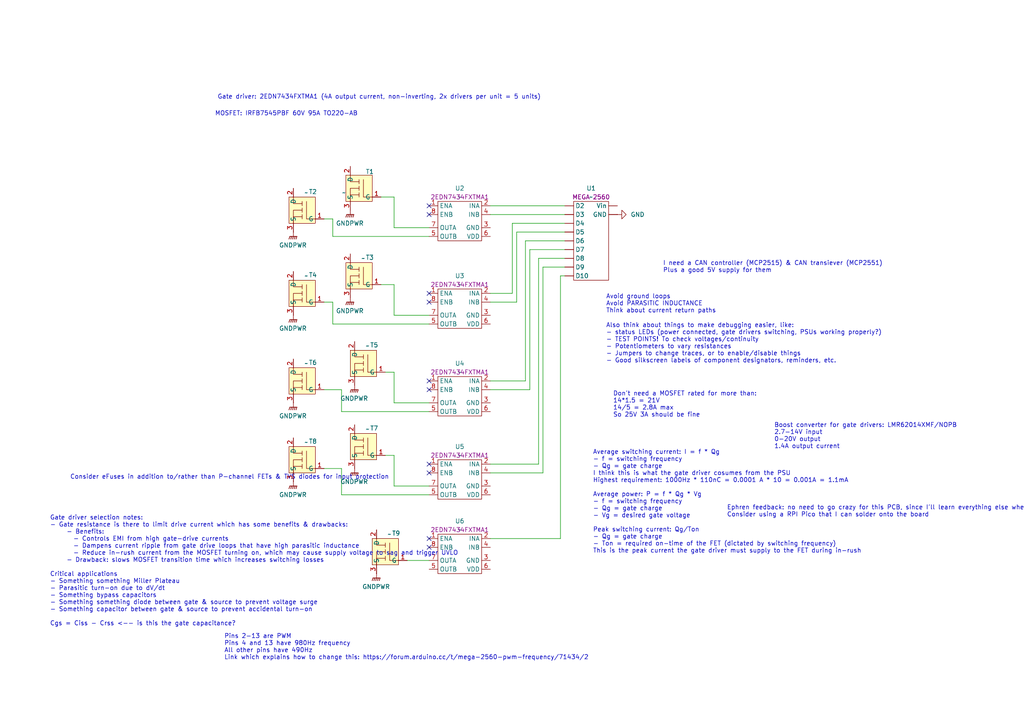
<source format=kicad_sch>
(kicad_sch (version 20231120) (generator "eeschema") (generator_version "8.0")
  (paper "A4")
  (lib_symbols
    (symbol "8hp-tcu-library:2EDN7434FXTMA1"
      (property "Reference" "U" (at -5.842 0 0))
      (symbol "2EDN7434FXTMA1_0_1"
        (rectangle (start -6.35 -1.27) (end 6.35 -12.7))
      )
      (symbol "2EDN7434FXTMA1_1_1"
        (pin input line (at -8.89 -2.54 0) (length 2.54) (name "ENA") (number "1"))
        (pin input line (at 8.89 -2.54 180) (length 2.54) (name "INA") (number "2"))
        (pin power_in line (at 8.89 -8.89 180) (length 2.54) (name "GND") (number "3"))
        (pin input line (at 8.89 -5.08 180) (length 2.54) (name "INB") (number "4"))
        (pin output line (at -8.89 -11.43 0) (length 2.54) (name "OUTB") (number "5"))
        (pin power_in line (at 8.89 -11.43 180) (length 2.54) (name "VDD") (number "6"))
        (pin output line (at -8.89 -8.89 0) (length 2.54) (name "OUTA") (number "7"))
        (pin input line (at -8.89 -5.08 0) (length 2.54) (name "ENB") (number "8"))
      )
    )
    (symbol "8hp-tcu-library:IRFB7545PBF"
      (property "Reference" "T" (at -2.54 0 0))
      (symbol "IRFB7545PBF_0_1"
        (rectangle (start -2.54 -1.27) (end 5.08 -8.89) (fill (type background)))
        (polyline (pts (xy 1.27 -6.35) (xy 1.27 -7.62)))
        (polyline (pts (xy 1.27 -4.445) (xy 1.27 -5.715)))
        (polyline (pts (xy 1.27 -2.54) (xy 1.27 -3.81)))
        (polyline (pts (xy 1.27 -2.54) (xy 1.27 -2.54)))
        (polyline (pts (xy 0 -2.54) (xy 0 -7.62) (xy -2.54 -7.62)))
        (polyline (pts (xy 1.27 -6.985) (xy 3.81 -6.985) (xy 3.81 -8.89)))
        (polyline (pts (xy 1.27 -3.175) (xy 3.81 -3.175) (xy 3.81 -1.27)))
        (polyline (pts (xy 3.81 -8.89) (xy 3.81 -5.08) (xy 1.27 -5.08)))
      )
      (symbol "IRFB7545PBF_1_1"
        (pin input line (at -5.08 -7.62 0) (length 2.54) (name "G") (number "1"))
        (pin input line (at 3.81 1.27 270) (length 2.54) (name "D") (number "2"))
        (pin input line (at 3.81 -11.43 90) (length 2.54) (name "S") (number "3"))
      )
    )
    (symbol "8hp-tcu-library:mega-2560"
      (property "Reference" "U" (at -4.572 21.844 0))
      (symbol "mega-2560_0_1"
        (rectangle (start -5.08 20.32) (end 5.08 -2.54))
      )
      (symbol "mega-2560_1_1"
        (pin output line (at -7.62 -1.27 0) (length 2.54) (name "D10") (number ""))
        (pin output line (at -7.62 19.05 0) (length 2.54) (name "D2") (number ""))
        (pin output line (at -7.62 16.51 0) (length 2.54) (name "D3") (number ""))
        (pin output line (at -7.62 13.97 0) (length 2.54) (name "D4") (number ""))
        (pin output line (at -7.62 11.43 0) (length 2.54) (name "D5") (number ""))
        (pin output line (at -7.62 8.89 0) (length 2.54) (name "D6") (number ""))
        (pin output line (at -7.62 6.35 0) (length 2.54) (name "D7") (number ""))
        (pin output line (at -7.62 3.81 0) (length 2.54) (name "D8") (number ""))
        (pin output line (at -7.62 1.27 0) (length 2.54) (name "D9") (number ""))
        (pin power_in line (at 7.62 16.51 180) (length 2.54) (name "GND") (number ""))
        (pin power_in line (at 7.62 19.05 180) (length 2.54) (name "Vin") (number ""))
      )
    )
    (symbol "power:GND" (power) (pin_numbers hide) (pin_names (offset 0) hide)
      (property "Value" "GND" (at 0 -3.81 0))
      (symbol "GND_0_1"
        (polyline (pts (xy 0 0) (xy 0 -1.27) (xy 1.27 -1.27) (xy 0 -2.54) (xy -1.27 -1.27) (xy 0 -1.27)))
      )
      (symbol "GND_1_1"
        (pin power_in line (at 0 0 270) (length 0) (name "~") (number "1"))
      )
    )
    (symbol "power:GNDPWR" (power) (pin_numbers hide) (pin_names (offset 0) hide)
      (property "Value" "GNDPWR" (at 0 -3.302 0))
      (symbol "GNDPWR_0_1"
        (polyline (pts (xy 0 -1.27) (xy 0 0)))
        (polyline (pts (xy -1.016 -1.27) (xy -1.27 -2.032) (xy -1.27 -2.032)) (stroke (width 0.2032)))
        (polyline (pts (xy -0.508 -1.27) (xy -0.762 -2.032) (xy -0.762 -2.032)) (stroke (width 0.2032)))
        (polyline (pts (xy 0 -1.27) (xy -0.254 -2.032) (xy -0.254 -2.032)) (stroke (width 0.2032)))
        (polyline (pts (xy 0.508 -1.27) (xy 0.254 -2.032) (xy 0.254 -2.032)) (stroke (width 0.2032)))
        (polyline (pts (xy 1.016 -1.27) (xy -1.016 -1.27) (xy -1.016 -1.27)) (stroke (width 0.2032)))
        (polyline (pts (xy 1.016 -1.27) (xy 0.762 -2.032) (xy 0.762 -2.032) (xy 0.762 -2.032)) (stroke (width 0.2032)))
      )
      (symbol "GNDPWR_1_1"
        (pin power_in line (at 0 0 270) (length 0) (name "~") (number "1"))
      )
    )
  )
  (no_connect (at 124.46 110.49))
  (no_connect (at 124.46 134.62))
  (no_connect (at 124.46 156.21))
  (no_connect (at 124.46 158.75))
  (no_connect (at 124.46 137.16))
  (no_connect (at 124.46 59.69))
  (no_connect (at 124.46 87.63))
  (no_connect (at 124.46 113.03))
  (no_connect (at 124.46 85.09))
  (no_connect (at 124.46 62.23))
  (wire (pts (xy 162.56 156.21) (xy 142.24 156.21)))
  (wire (pts (xy 124.46 91.44) (xy 114.3 91.44)))
  (wire (pts (xy 124.46 119.38) (xy 99.06 119.38)))
  (wire (pts (xy 163.83 74.93) (xy 156.21 74.93)))
  (wire (pts (xy 162.56 80.01) (xy 163.83 80.01)))
  (wire (pts (xy 99.06 119.38) (xy 99.06 113.03)))
  (wire (pts (xy 153.67 113.03) (xy 142.24 113.03)))
  (wire (pts (xy 157.48 137.16) (xy 142.24 137.16)))
  (wire (pts (xy 163.83 67.31) (xy 149.86 67.31)))
  (wire (pts (xy 114.3 66.04) (xy 114.3 57.15)))
  (wire (pts (xy 148.59 64.77) (xy 148.59 85.09)))
  (wire (pts (xy 156.21 134.62) (xy 142.24 134.62)))
  (wire (pts (xy 114.3 82.55) (xy 110.49 82.55)))
  (wire (pts (xy 124.46 140.97) (xy 114.3 140.97)))
  (wire (pts (xy 142.24 62.23) (xy 163.83 62.23)))
  (wire (pts (xy 157.48 77.47) (xy 157.48 137.16)))
  (wire (pts (xy 114.3 132.08) (xy 111.76 132.08)))
  (wire (pts (xy 96.52 68.58) (xy 124.46 68.58)))
  (wire (pts (xy 99.06 113.03) (xy 93.98 113.03)))
  (wire (pts (xy 96.52 63.5) (xy 93.98 63.5)))
  (wire (pts (xy 162.56 80.01) (xy 162.56 156.21)))
  (wire (pts (xy 152.4 110.49) (xy 142.24 110.49)))
  (wire (pts (xy 96.52 68.58) (xy 96.52 63.5)))
  (wire (pts (xy 163.83 77.47) (xy 157.48 77.47)))
  (wire (pts (xy 114.3 116.84) (xy 114.3 107.95)))
  (wire (pts (xy 124.46 66.04) (xy 114.3 66.04)))
  (wire (pts (xy 96.52 93.98) (xy 124.46 93.98)))
  (wire (pts (xy 114.3 140.97) (xy 114.3 132.08)))
  (wire (pts (xy 114.3 91.44) (xy 114.3 82.55)))
  (wire (pts (xy 149.86 67.31) (xy 149.86 87.63)))
  (wire (pts (xy 163.83 72.39) (xy 153.67 72.39)))
  (wire (pts (xy 142.24 59.69) (xy 163.83 59.69)))
  (wire (pts (xy 99.06 143.51) (xy 99.06 135.89)))
  (wire (pts (xy 124.46 116.84) (xy 114.3 116.84)))
  (wire (pts (xy 149.86 87.63) (xy 142.24 87.63)))
  (wire (pts (xy 148.59 85.09) (xy 142.24 85.09)))
  (wire (pts (xy 153.67 72.39) (xy 153.67 113.03)))
  (wire (pts (xy 118.11 162.56) (xy 124.46 162.56)))
  (wire (pts (xy 156.21 74.93) (xy 156.21 134.62)))
  (wire (pts (xy 124.46 143.51) (xy 99.06 143.51)))
  (wire (pts (xy 99.06 135.89) (xy 93.98 135.89)))
  (wire (pts (xy 114.3 57.15) (xy 110.49 57.15)))
  (wire (pts (xy 152.4 69.85) (xy 152.4 110.49)))
  (wire (pts (xy 96.52 87.63) (xy 93.98 87.63)))
  (wire (pts (xy 163.83 64.77) (xy 148.59 64.77)))
  (wire (pts (xy 96.52 93.98) (xy 96.52 87.63)))
  (wire (pts (xy 114.3 107.95) (xy 111.76 107.95)))
  (wire (pts (xy 163.83 69.85) (xy 152.4 69.85)))
  (text "MOSFET: IRFB7545PBF 60V 95A TO220-AB" (at 83.058 33.02 0) (effects (font (size 1.27 1.27))))
  (text "I need a CAN controller (MCP2515) & CAN transiever (MCP2551)\nPlus a good 5V supply for them" (at 192.278 77.47 0) (effects (font (size 1.27 1.27)) (justify left)))
  (text "Pins 2-13 are PWM\nPins 4 and 13 have 980Hz frequency\nAll other pins have 490Hz\nLink which explains how to change this: https://forum.arduino.cc/t/mega-2560-pwm-frequency/71434/2" (at 65.024 187.706 0) (effects (font (size 1.27 1.27)) (justify left)))
  (text "Average switching current: I = f * Qg\n- f = switching frequency\n- Qg = gate charge\nI think this is what the gate driver cosumes from the PSU\nHighest requirement: 1000Hz * 110nC = 0.0001 A * 10 = 0.001A = 1.1mA\n\nAverage power: P = f * Qg * Vg\n- f = switching frequency\n- Qg = gate charge\n- Vg = desired gate voltage\n\nPeak switching current: Qg/Ton\n- Qg = gate charge\n- Ton = required on-time of the FET (dictated by switching frequency)\nThis is the peak current the gate driver must supply to the FET during in-rush" (at 171.958 145.542 0) (effects (font (size 1.27 1.27)) (justify left)))
  (text "Consider eFuses in addition to/rather than P-channel FETs & TVS diodes for input protection" (at 20.32 138.43 0) (effects (font (size 1.27 1.27)) (justify left)))
  (text "Gate driver selection notes:\n- Gate resistance is there to limit drive current which has some benefits & drawbacks:\n	- Benefits:\n	  - Controls EMI from high gate-drive currents\n	  - Dampens current ripple from gate drive loops that have high parasitic inductance\n	  - Reduce in-rush current from the MOSFET turning on, which may cause supply voltage to sag and trigger UVLO\n	- Drawback: slows MOSFET transition time which increases switching losses\n\nCritical applications\n- Something something Miller Plateau\n- Parasitic turn-on due to dV/dt\n- Something bypass capacitors\n- Something something diode between gate & source to prevent voltage surge\n- Something capacitor between gate & source to prevent accidental turn-on\n\nCgs = Ciss - Crss <-- is this the gate capacitance?" (at 14.478 165.608 0) (effects (font (size 1.27 1.27)) (justify left)))
  (text "Boost converter for gate drivers: LMR62014XMF/NOPB\n2.7-14V input\n0-20V output\n1.4A output current\n" (at 224.536 126.492 0) (effects (font (size 1.27 1.27)) (justify left)))
  (text "Avoid ground loops\nAvoid PARASITIC INDUCTANCE\nThink about current return paths" (at 175.768 88.138 0) (effects (font (size 1.27 1.27)) (justify left)))
  (text "Ephren feedback: no need to go crazy for this PCB, since I'll learn everything else when I need to\nConsider using a RPI Pico that I can solder onto the board" (at 210.82 148.336 0) (effects (font (size 1.27 1.27)) (justify left)))
  (text "Don't need a MOSFET rated for more than:\n14*1.5 = 21V\n14/5 = 2.8A max\nSo 25V 3A should be fine" (at 177.8 117.348 0) (effects (font (size 1.27 1.27)) (justify left)))
  (text "Gate driver: 2EDN7434FXTMA1 (4A output current, non-inverting, 2x drivers per unit = 5 units)" (at 109.982 28.194 0) (effects (font (size 1.27 1.27))))
  (text "Also think about things to make debugging easier, like:\n- status LEDs (power connected, gate drivers switching, PSUs working properly?)\n- TEST POINTS! To check voltages/continuity\n- Potentiometers to vary resistances\n- Jumpers to change traces, or to enable/disable things\n- Good silkscreen labels of component designators, reminders, etc." (at 175.768 99.568 0) (effects (font (size 1.27 1.27)) (justify left)))
  (symbol (lib_id "power:GNDPWR") (at 102.87 111.76 0) (unit 1)
    (property "Reference" "#PWR06" (effects (hide yes)))
    (property "Value" "GNDPWR" (at 102.743 115.57 0))
    (property "Description" "Power symbol creates a global label with name \"GNDPWR\" , global ground" (effects (hide yes)))
  )
  (symbol (lib_id "power:GNDPWR") (at 101.6 60.96 0) (unit 1)
    (property "Reference" "#PWR02" (effects (hide yes)))
    (property "Value" "GNDPWR" (at 101.473 64.77 0))
    (property "Description" "Power symbol creates a global label with name \"GNDPWR\" , global ground" (effects (hide yes)))
  )
  (symbol (lib_id "8hp-tcu-library:IRFB7545PBF") (at 105.41 49.53 0) (mirror y) (unit 1)
    (property "Reference" "T1" (at 108.458 49.784 0) (effects (justify left)))
    (property "Value" "~" (at 100.33 55.88 0) (effects (justify left)))
  )
  (symbol (lib_id "8hp-tcu-library:IRFB7545PBF") (at 88.9 105.41 0) (mirror y) (unit 1)
    (property "Reference" "T6" (at 91.948 105.156 0) (effects (justify left)))
    (property "Value" "~" (at 89.408 105.41 0) (effects (justify left)))
  )
  (symbol (lib_id "8hp-tcu-library:IRFB7545PBF") (at 106.68 124.46 0) (mirror y) (unit 1)
    (property "Reference" "T7" (at 109.728 124.206 0) (effects (justify left)))
    (property "Value" "~" (at 107.188 124.46 0) (effects (justify left)))
  )
  (symbol (lib_id "8hp-tcu-library:2EDN7434FXTMA1") (at 133.35 107.95 0) (unit 1)
    (property "Reference" "U4" (at 133.35 105.41 0))
    (property "Value" "~" (at 133.35 107.95 0))
    (property "Datasheet" "2EDN7434FXTMA1" (at 133.35 107.95 0))
    (property "Description" "2EDN7434FXTMA1 gate driver, non-inverting, 5A output" (effects (hide yes)))
  )
  (symbol (lib_id "power:GNDPWR") (at 85.09 116.84 0) (unit 1)
    (property "Reference" "#PWR05" (effects (hide yes)))
    (property "Value" "GNDPWR" (at 84.963 120.65 0))
    (property "Description" "Power symbol creates a global label with name \"GNDPWR\" , global ground" (effects (hide yes)))
  )
  (symbol (lib_id "power:GNDPWR") (at 85.09 67.31 0) (unit 1)
    (property "Reference" "#PWR011" (effects (hide yes)))
    (property "Value" "GNDPWR" (at 84.963 71.12 0))
    (property "Description" "Power symbol creates a global label with name \"GNDPWR\" , global ground" (effects (hide yes)))
  )
  (symbol (lib_id "power:GNDPWR") (at 101.6 86.36 0) (unit 1)
    (property "Reference" "#PWR04" (effects (hide yes)))
    (property "Value" "GNDPWR" (at 101.473 90.17 0))
    (property "Description" "Power symbol creates a global label with name \"GNDPWR\" , global ground" (effects (hide yes)))
  )
  (symbol (lib_id "8hp-tcu-library:2EDN7434FXTMA1") (at 133.35 153.67 0) (unit 1)
    (property "Reference" "U6" (at 133.35 151.13 0))
    (property "Value" "~" (at 133.35 153.67 0))
    (property "Datasheet" "2EDN7434FXTMA1" (at 133.35 153.67 0))
    (property "Description" "2EDN7434FXTMA1 gate driver, non-inverting, 5A output" (effects (hide yes)))
  )
  (symbol (lib_id "8hp-tcu-library:IRFB7545PBF") (at 88.9 55.88 0) (mirror y) (unit 1)
    (property "Reference" "T2" (at 91.948 55.626 0) (effects (justify left)))
    (property "Value" "~" (at 89.408 55.88 0) (effects (justify left)))
  )
  (symbol (lib_id "8hp-tcu-library:IRFB7545PBF") (at 106.68 100.33 0) (mirror y) (unit 1)
    (property "Reference" "T5" (at 109.728 100.076 0) (effects (justify left)))
    (property "Value" "~" (at 107.188 100.33 0) (effects (justify left)))
  )
  (symbol (lib_id "8hp-tcu-library:mega-2560") (at 171.45 78.74 0) (unit 1)
    (property "Reference" "U1" (at 171.45 54.61 0))
    (property "Value" "~" (at 171.45 57.15 0))
    (property "Datasheet" "MEGA 2560" (at 171.45 57.15 0))
  )
  (symbol (lib_id "power:GNDPWR") (at 85.09 91.44 0) (unit 1)
    (property "Reference" "#PWR03" (effects (hide yes)))
    (property "Value" "GNDPWR" (at 84.963 95.25 0))
    (property "Description" "Power symbol creates a global label with name \"GNDPWR\" , global ground" (effects (hide yes)))
  )
  (symbol (lib_id "8hp-tcu-library:IRFB7545PBF") (at 105.41 74.93 0) (mirror y) (unit 1)
    (property "Reference" "T3" (at 108.458 74.676 0) (effects (justify left)))
    (property "Value" "~" (at 105.918 74.93 0) (effects (justify left)))
  )
  (symbol (lib_id "power:GNDPWR") (at 102.87 135.89 0) (unit 1)
    (property "Reference" "#PWR08" (effects (hide yes)))
    (property "Value" "GNDPWR" (at 102.743 139.7 0))
    (property "Description" "Power symbol creates a global label with name \"GNDPWR\" , global ground" (effects (hide yes)))
  )
  (symbol (lib_id "power:GND") (at 179.07 62.23 90) (unit 1)
    (property "Reference" "#PWR01" (effects (hide yes)))
    (property "Value" "GND" (at 182.88 62.2299 90) (effects (justify right)))
    (property "Description" "Power symbol creates a global label with name \"GND\" , ground" (effects (hide yes)))
  )
  (symbol (lib_id "8hp-tcu-library:2EDN7434FXTMA1") (at 133.35 57.15 0) (unit 1)
    (property "Reference" "U2" (at 133.35 54.61 0))
    (property "Value" "~" (at 133.35 57.15 0))
    (property "Datasheet" "2EDN7434FXTMA1" (at 133.35 57.15 0))
    (property "Description" "2EDN7434FXTMA1 gate driver, non-inverting, 5A output" (effects (hide yes)))
  )
  (symbol (lib_id "8hp-tcu-library:IRFB7545PBF") (at 88.9 128.27 0) (mirror y) (unit 1)
    (property "Reference" "T8" (at 91.948 128.016 0) (effects (justify left)))
    (property "Value" "~" (at 89.408 128.27 0) (effects (justify left)))
  )
  (symbol (lib_id "8hp-tcu-library:IRFB7545PBF") (at 88.9 80.01 0) (mirror y) (unit 1)
    (property "Reference" "T4" (at 91.948 79.756 0) (effects (justify left)))
    (property "Value" "~" (at 89.408 80.01 0) (effects (justify left)))
  )
  (symbol (lib_id "8hp-tcu-library:2EDN7434FXTMA1") (at 133.35 132.08 0) (unit 1)
    (property "Reference" "U5" (at 133.35 129.54 0))
    (property "Value" "~" (at 133.35 132.08 0))
    (property "Datasheet" "2EDN7434FXTMA1" (at 133.35 132.08 0))
    (property "Description" "2EDN7434FXTMA1 gate driver, non-inverting, 5A output" (effects (hide yes)))
  )
  (symbol (lib_id "8hp-tcu-library:IRFB7545PBF") (at 113.03 154.94 0) (mirror y) (unit 1)
    (property "Reference" "T9" (at 116.078 154.686 0) (effects (justify left)))
    (property "Value" "~" (at 113.538 154.94 0) (effects (justify left)))
  )
  (symbol (lib_id "power:GNDPWR") (at 109.22 166.37 0) (unit 1)
    (property "Reference" "#PWR09" (effects (hide yes)))
    (property "Value" "GNDPWR" (at 109.093 170.18 0))
    (property "Description" "Power symbol creates a global label with name \"GNDPWR\" , global ground" (effects (hide yes)))
  )
  (symbol (lib_id "power:GNDPWR") (at 85.09 139.7 0) (unit 1)
    (property "Reference" "#PWR07" (effects (hide yes)))
    (property "Value" "GNDPWR" (at 84.963 143.51 0))
    (property "Description" "Power symbol creates a global label with name \"GNDPWR\" , global ground" (effects (hide yes)))
  )
  (symbol (lib_id "8hp-tcu-library:2EDN7434FXTMA1") (at 133.35 82.55 0) (unit 1)
    (property "Reference" "U3" (at 133.35 80.01 0))
    (property "Value" "~" (at 133.35 82.55 0))
    (property "Datasheet" "2EDN7434FXTMA1" (at 133.35 82.55 0))
    (property "Description" "2EDN7434FXTMA1 gate driver, non-inverting, 5A output" (effects (hide yes)))
  )
)
</source>
